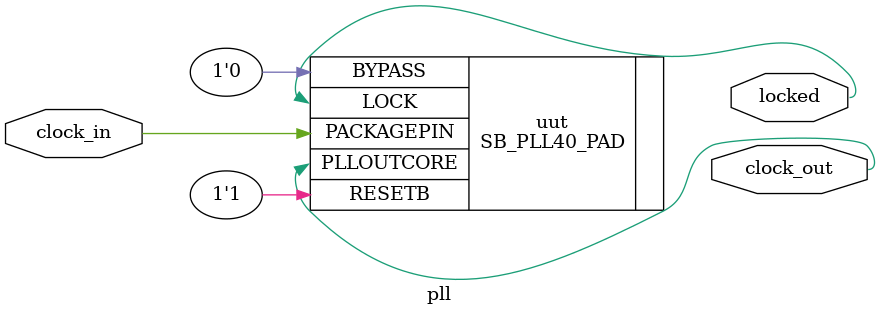
<source format=sv>
/**
 * PLL configuration
 *
 * This Verilog header file was generated partially automatically
 * using the icepll tool from the IceStorm project.
 * It is intended for use with FPGA primitives SB_PLL40_CORE,
 * SB_PLL40_PAD, SB_PLL40_2_PAD, SB_PLL40_2F_CORE or SB_PLL40_2F_PAD.
 * Use at your own risk.
 *
 * Given input frequency:        12.000 MHz
 * Requested output frequency:   60.000 MHz
 * Achieved output frequency:    60.000 MHz
 */
module pll #(
    parameter DIVR    =  0,
    parameter DIVF    = 79,
    parameter DIVQ    =  4,
    parameter FLT_RNG =  1 ) (
	
    input  clock_in,
	output clock_out,
	output locked
	);

SB_PLL40_PAD #(
		.FEEDBACK_PATH("SIMPLE"),
		.DIVR(DIVR),        // DIVR =  0
		.DIVF(DIVF),        // DIVF = 79
		.DIVQ(DIVQ),        // DIVQ =  4
		.FILTER_RANGE(FLT_RNG) // FILTER_RANGE = 1
	) uut (
		.LOCK(locked),
		.RESETB(1'b1),
		.BYPASS(1'b0),
		.PACKAGEPIN(clock_in),
		.PLLOUTCORE(clock_out)
	);

endmodule

</source>
